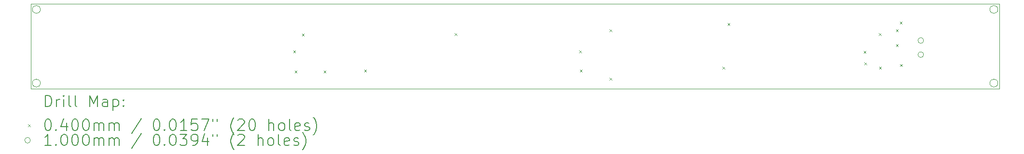
<source format=gbr>
%TF.GenerationSoftware,KiCad,Pcbnew,7.0.8*%
%TF.CreationDate,2023-11-23T23:41:55+08:00*%
%TF.ProjectId,Brake_Light,4272616b-655f-44c6-9967-68742e6b6963,v1.0*%
%TF.SameCoordinates,Original*%
%TF.FileFunction,Drillmap*%
%TF.FilePolarity,Positive*%
%FSLAX45Y45*%
G04 Gerber Fmt 4.5, Leading zero omitted, Abs format (unit mm)*
G04 Created by KiCad (PCBNEW 7.0.8) date 2023-11-23 23:41:55*
%MOMM*%
%LPD*%
G01*
G04 APERTURE LIST*
%ADD10C,0.100000*%
%ADD11C,0.200000*%
%ADD12C,0.040000*%
G04 APERTURE END LIST*
D10*
X5000000Y-9000000D02*
X22000000Y-9000000D01*
X22000000Y-10500000D01*
X5000000Y-10500000D01*
X5000000Y-9000000D01*
X5170000Y-10400000D02*
G75*
G03*
X5170000Y-10400000I-70000J0D01*
G01*
X21970000Y-10400000D02*
G75*
G03*
X21970000Y-10400000I-70000J0D01*
G01*
X21970000Y-9100000D02*
G75*
G03*
X21970000Y-9100000I-70000J0D01*
G01*
X5170000Y-9100000D02*
G75*
G03*
X5170000Y-9100000I-70000J0D01*
G01*
D11*
D12*
X9606600Y-9822500D02*
X9646600Y-9862500D01*
X9646600Y-9822500D02*
X9606600Y-9862500D01*
X9632000Y-10178100D02*
X9672000Y-10218100D01*
X9672000Y-10178100D02*
X9632000Y-10218100D01*
X9759000Y-9530400D02*
X9799000Y-9570400D01*
X9799000Y-9530400D02*
X9759000Y-9570400D01*
X10140000Y-10178100D02*
X10180000Y-10218100D01*
X10180000Y-10178100D02*
X10140000Y-10218100D01*
X10851200Y-10165400D02*
X10891200Y-10205400D01*
X10891200Y-10165400D02*
X10851200Y-10205400D01*
X12438700Y-9517700D02*
X12478700Y-9557700D01*
X12478700Y-9517700D02*
X12438700Y-9557700D01*
X14623100Y-9822500D02*
X14663100Y-9862500D01*
X14663100Y-9822500D02*
X14623100Y-9862500D01*
X14635800Y-10165400D02*
X14675800Y-10205400D01*
X14675800Y-10165400D02*
X14635800Y-10205400D01*
X15156500Y-9454200D02*
X15196500Y-9494200D01*
X15196500Y-9454200D02*
X15156500Y-9494200D01*
X15156500Y-10305100D02*
X15196500Y-10345100D01*
X15196500Y-10305100D02*
X15156500Y-10345100D01*
X17137700Y-10114600D02*
X17177700Y-10154600D01*
X17177700Y-10114600D02*
X17137700Y-10154600D01*
X17226600Y-9339900D02*
X17266600Y-9379900D01*
X17266600Y-9339900D02*
X17226600Y-9379900D01*
X19614200Y-9835200D02*
X19654200Y-9875200D01*
X19654200Y-9835200D02*
X19614200Y-9875200D01*
X19626900Y-10038400D02*
X19666900Y-10078400D01*
X19666900Y-10038400D02*
X19626900Y-10078400D01*
X19881000Y-9518000D02*
X19921000Y-9558000D01*
X19921000Y-9518000D02*
X19881000Y-9558000D01*
X19885000Y-10110000D02*
X19925000Y-10150000D01*
X19925000Y-10110000D02*
X19885000Y-10150000D01*
X20181350Y-9452000D02*
X20221350Y-9492000D01*
X20221350Y-9452000D02*
X20181350Y-9492000D01*
X20181350Y-9713050D02*
X20221350Y-9753050D01*
X20221350Y-9713050D02*
X20181350Y-9753050D01*
X20249000Y-9316000D02*
X20289000Y-9356000D01*
X20289000Y-9316000D02*
X20249000Y-9356000D01*
X20254000Y-10066000D02*
X20294000Y-10106000D01*
X20294000Y-10066000D02*
X20254000Y-10106000D01*
D10*
X20667400Y-9647700D02*
G75*
G03*
X20667400Y-9647700I-50000J0D01*
G01*
X20667400Y-9897700D02*
G75*
G03*
X20667400Y-9897700I-50000J0D01*
G01*
D11*
X5255777Y-10816484D02*
X5255777Y-10616484D01*
X5255777Y-10616484D02*
X5303396Y-10616484D01*
X5303396Y-10616484D02*
X5331967Y-10626008D01*
X5331967Y-10626008D02*
X5351015Y-10645055D01*
X5351015Y-10645055D02*
X5360539Y-10664103D01*
X5360539Y-10664103D02*
X5370063Y-10702198D01*
X5370063Y-10702198D02*
X5370063Y-10730770D01*
X5370063Y-10730770D02*
X5360539Y-10768865D01*
X5360539Y-10768865D02*
X5351015Y-10787912D01*
X5351015Y-10787912D02*
X5331967Y-10806960D01*
X5331967Y-10806960D02*
X5303396Y-10816484D01*
X5303396Y-10816484D02*
X5255777Y-10816484D01*
X5455777Y-10816484D02*
X5455777Y-10683150D01*
X5455777Y-10721246D02*
X5465301Y-10702198D01*
X5465301Y-10702198D02*
X5474824Y-10692674D01*
X5474824Y-10692674D02*
X5493872Y-10683150D01*
X5493872Y-10683150D02*
X5512920Y-10683150D01*
X5579586Y-10816484D02*
X5579586Y-10683150D01*
X5579586Y-10616484D02*
X5570063Y-10626008D01*
X5570063Y-10626008D02*
X5579586Y-10635531D01*
X5579586Y-10635531D02*
X5589110Y-10626008D01*
X5589110Y-10626008D02*
X5579586Y-10616484D01*
X5579586Y-10616484D02*
X5579586Y-10635531D01*
X5703396Y-10816484D02*
X5684348Y-10806960D01*
X5684348Y-10806960D02*
X5674824Y-10787912D01*
X5674824Y-10787912D02*
X5674824Y-10616484D01*
X5808158Y-10816484D02*
X5789110Y-10806960D01*
X5789110Y-10806960D02*
X5779586Y-10787912D01*
X5779586Y-10787912D02*
X5779586Y-10616484D01*
X6036729Y-10816484D02*
X6036729Y-10616484D01*
X6036729Y-10616484D02*
X6103396Y-10759341D01*
X6103396Y-10759341D02*
X6170062Y-10616484D01*
X6170062Y-10616484D02*
X6170062Y-10816484D01*
X6351015Y-10816484D02*
X6351015Y-10711722D01*
X6351015Y-10711722D02*
X6341491Y-10692674D01*
X6341491Y-10692674D02*
X6322443Y-10683150D01*
X6322443Y-10683150D02*
X6284348Y-10683150D01*
X6284348Y-10683150D02*
X6265301Y-10692674D01*
X6351015Y-10806960D02*
X6331967Y-10816484D01*
X6331967Y-10816484D02*
X6284348Y-10816484D01*
X6284348Y-10816484D02*
X6265301Y-10806960D01*
X6265301Y-10806960D02*
X6255777Y-10787912D01*
X6255777Y-10787912D02*
X6255777Y-10768865D01*
X6255777Y-10768865D02*
X6265301Y-10749817D01*
X6265301Y-10749817D02*
X6284348Y-10740293D01*
X6284348Y-10740293D02*
X6331967Y-10740293D01*
X6331967Y-10740293D02*
X6351015Y-10730770D01*
X6446253Y-10683150D02*
X6446253Y-10883150D01*
X6446253Y-10692674D02*
X6465301Y-10683150D01*
X6465301Y-10683150D02*
X6503396Y-10683150D01*
X6503396Y-10683150D02*
X6522443Y-10692674D01*
X6522443Y-10692674D02*
X6531967Y-10702198D01*
X6531967Y-10702198D02*
X6541491Y-10721246D01*
X6541491Y-10721246D02*
X6541491Y-10778389D01*
X6541491Y-10778389D02*
X6531967Y-10797436D01*
X6531967Y-10797436D02*
X6522443Y-10806960D01*
X6522443Y-10806960D02*
X6503396Y-10816484D01*
X6503396Y-10816484D02*
X6465301Y-10816484D01*
X6465301Y-10816484D02*
X6446253Y-10806960D01*
X6627205Y-10797436D02*
X6636729Y-10806960D01*
X6636729Y-10806960D02*
X6627205Y-10816484D01*
X6627205Y-10816484D02*
X6617682Y-10806960D01*
X6617682Y-10806960D02*
X6627205Y-10797436D01*
X6627205Y-10797436D02*
X6627205Y-10816484D01*
X6627205Y-10692674D02*
X6636729Y-10702198D01*
X6636729Y-10702198D02*
X6627205Y-10711722D01*
X6627205Y-10711722D02*
X6617682Y-10702198D01*
X6617682Y-10702198D02*
X6627205Y-10692674D01*
X6627205Y-10692674D02*
X6627205Y-10711722D01*
D12*
X4955000Y-11125000D02*
X4995000Y-11165000D01*
X4995000Y-11125000D02*
X4955000Y-11165000D01*
D11*
X5293872Y-11036484D02*
X5312920Y-11036484D01*
X5312920Y-11036484D02*
X5331967Y-11046008D01*
X5331967Y-11046008D02*
X5341491Y-11055531D01*
X5341491Y-11055531D02*
X5351015Y-11074579D01*
X5351015Y-11074579D02*
X5360539Y-11112674D01*
X5360539Y-11112674D02*
X5360539Y-11160293D01*
X5360539Y-11160293D02*
X5351015Y-11198388D01*
X5351015Y-11198388D02*
X5341491Y-11217436D01*
X5341491Y-11217436D02*
X5331967Y-11226960D01*
X5331967Y-11226960D02*
X5312920Y-11236484D01*
X5312920Y-11236484D02*
X5293872Y-11236484D01*
X5293872Y-11236484D02*
X5274824Y-11226960D01*
X5274824Y-11226960D02*
X5265301Y-11217436D01*
X5265301Y-11217436D02*
X5255777Y-11198388D01*
X5255777Y-11198388D02*
X5246253Y-11160293D01*
X5246253Y-11160293D02*
X5246253Y-11112674D01*
X5246253Y-11112674D02*
X5255777Y-11074579D01*
X5255777Y-11074579D02*
X5265301Y-11055531D01*
X5265301Y-11055531D02*
X5274824Y-11046008D01*
X5274824Y-11046008D02*
X5293872Y-11036484D01*
X5446253Y-11217436D02*
X5455777Y-11226960D01*
X5455777Y-11226960D02*
X5446253Y-11236484D01*
X5446253Y-11236484D02*
X5436729Y-11226960D01*
X5436729Y-11226960D02*
X5446253Y-11217436D01*
X5446253Y-11217436D02*
X5446253Y-11236484D01*
X5627205Y-11103150D02*
X5627205Y-11236484D01*
X5579586Y-11026960D02*
X5531967Y-11169817D01*
X5531967Y-11169817D02*
X5655777Y-11169817D01*
X5770062Y-11036484D02*
X5789110Y-11036484D01*
X5789110Y-11036484D02*
X5808158Y-11046008D01*
X5808158Y-11046008D02*
X5817682Y-11055531D01*
X5817682Y-11055531D02*
X5827205Y-11074579D01*
X5827205Y-11074579D02*
X5836729Y-11112674D01*
X5836729Y-11112674D02*
X5836729Y-11160293D01*
X5836729Y-11160293D02*
X5827205Y-11198388D01*
X5827205Y-11198388D02*
X5817682Y-11217436D01*
X5817682Y-11217436D02*
X5808158Y-11226960D01*
X5808158Y-11226960D02*
X5789110Y-11236484D01*
X5789110Y-11236484D02*
X5770062Y-11236484D01*
X5770062Y-11236484D02*
X5751015Y-11226960D01*
X5751015Y-11226960D02*
X5741491Y-11217436D01*
X5741491Y-11217436D02*
X5731967Y-11198388D01*
X5731967Y-11198388D02*
X5722443Y-11160293D01*
X5722443Y-11160293D02*
X5722443Y-11112674D01*
X5722443Y-11112674D02*
X5731967Y-11074579D01*
X5731967Y-11074579D02*
X5741491Y-11055531D01*
X5741491Y-11055531D02*
X5751015Y-11046008D01*
X5751015Y-11046008D02*
X5770062Y-11036484D01*
X5960539Y-11036484D02*
X5979586Y-11036484D01*
X5979586Y-11036484D02*
X5998634Y-11046008D01*
X5998634Y-11046008D02*
X6008158Y-11055531D01*
X6008158Y-11055531D02*
X6017682Y-11074579D01*
X6017682Y-11074579D02*
X6027205Y-11112674D01*
X6027205Y-11112674D02*
X6027205Y-11160293D01*
X6027205Y-11160293D02*
X6017682Y-11198388D01*
X6017682Y-11198388D02*
X6008158Y-11217436D01*
X6008158Y-11217436D02*
X5998634Y-11226960D01*
X5998634Y-11226960D02*
X5979586Y-11236484D01*
X5979586Y-11236484D02*
X5960539Y-11236484D01*
X5960539Y-11236484D02*
X5941491Y-11226960D01*
X5941491Y-11226960D02*
X5931967Y-11217436D01*
X5931967Y-11217436D02*
X5922443Y-11198388D01*
X5922443Y-11198388D02*
X5912920Y-11160293D01*
X5912920Y-11160293D02*
X5912920Y-11112674D01*
X5912920Y-11112674D02*
X5922443Y-11074579D01*
X5922443Y-11074579D02*
X5931967Y-11055531D01*
X5931967Y-11055531D02*
X5941491Y-11046008D01*
X5941491Y-11046008D02*
X5960539Y-11036484D01*
X6112920Y-11236484D02*
X6112920Y-11103150D01*
X6112920Y-11122198D02*
X6122443Y-11112674D01*
X6122443Y-11112674D02*
X6141491Y-11103150D01*
X6141491Y-11103150D02*
X6170063Y-11103150D01*
X6170063Y-11103150D02*
X6189110Y-11112674D01*
X6189110Y-11112674D02*
X6198634Y-11131722D01*
X6198634Y-11131722D02*
X6198634Y-11236484D01*
X6198634Y-11131722D02*
X6208158Y-11112674D01*
X6208158Y-11112674D02*
X6227205Y-11103150D01*
X6227205Y-11103150D02*
X6255777Y-11103150D01*
X6255777Y-11103150D02*
X6274824Y-11112674D01*
X6274824Y-11112674D02*
X6284348Y-11131722D01*
X6284348Y-11131722D02*
X6284348Y-11236484D01*
X6379586Y-11236484D02*
X6379586Y-11103150D01*
X6379586Y-11122198D02*
X6389110Y-11112674D01*
X6389110Y-11112674D02*
X6408158Y-11103150D01*
X6408158Y-11103150D02*
X6436729Y-11103150D01*
X6436729Y-11103150D02*
X6455777Y-11112674D01*
X6455777Y-11112674D02*
X6465301Y-11131722D01*
X6465301Y-11131722D02*
X6465301Y-11236484D01*
X6465301Y-11131722D02*
X6474824Y-11112674D01*
X6474824Y-11112674D02*
X6493872Y-11103150D01*
X6493872Y-11103150D02*
X6522443Y-11103150D01*
X6522443Y-11103150D02*
X6541491Y-11112674D01*
X6541491Y-11112674D02*
X6551015Y-11131722D01*
X6551015Y-11131722D02*
X6551015Y-11236484D01*
X6941491Y-11026960D02*
X6770063Y-11284103D01*
X7198634Y-11036484D02*
X7217682Y-11036484D01*
X7217682Y-11036484D02*
X7236729Y-11046008D01*
X7236729Y-11046008D02*
X7246253Y-11055531D01*
X7246253Y-11055531D02*
X7255777Y-11074579D01*
X7255777Y-11074579D02*
X7265301Y-11112674D01*
X7265301Y-11112674D02*
X7265301Y-11160293D01*
X7265301Y-11160293D02*
X7255777Y-11198388D01*
X7255777Y-11198388D02*
X7246253Y-11217436D01*
X7246253Y-11217436D02*
X7236729Y-11226960D01*
X7236729Y-11226960D02*
X7217682Y-11236484D01*
X7217682Y-11236484D02*
X7198634Y-11236484D01*
X7198634Y-11236484D02*
X7179586Y-11226960D01*
X7179586Y-11226960D02*
X7170063Y-11217436D01*
X7170063Y-11217436D02*
X7160539Y-11198388D01*
X7160539Y-11198388D02*
X7151015Y-11160293D01*
X7151015Y-11160293D02*
X7151015Y-11112674D01*
X7151015Y-11112674D02*
X7160539Y-11074579D01*
X7160539Y-11074579D02*
X7170063Y-11055531D01*
X7170063Y-11055531D02*
X7179586Y-11046008D01*
X7179586Y-11046008D02*
X7198634Y-11036484D01*
X7351015Y-11217436D02*
X7360539Y-11226960D01*
X7360539Y-11226960D02*
X7351015Y-11236484D01*
X7351015Y-11236484D02*
X7341491Y-11226960D01*
X7341491Y-11226960D02*
X7351015Y-11217436D01*
X7351015Y-11217436D02*
X7351015Y-11236484D01*
X7484348Y-11036484D02*
X7503396Y-11036484D01*
X7503396Y-11036484D02*
X7522444Y-11046008D01*
X7522444Y-11046008D02*
X7531967Y-11055531D01*
X7531967Y-11055531D02*
X7541491Y-11074579D01*
X7541491Y-11074579D02*
X7551015Y-11112674D01*
X7551015Y-11112674D02*
X7551015Y-11160293D01*
X7551015Y-11160293D02*
X7541491Y-11198388D01*
X7541491Y-11198388D02*
X7531967Y-11217436D01*
X7531967Y-11217436D02*
X7522444Y-11226960D01*
X7522444Y-11226960D02*
X7503396Y-11236484D01*
X7503396Y-11236484D02*
X7484348Y-11236484D01*
X7484348Y-11236484D02*
X7465301Y-11226960D01*
X7465301Y-11226960D02*
X7455777Y-11217436D01*
X7455777Y-11217436D02*
X7446253Y-11198388D01*
X7446253Y-11198388D02*
X7436729Y-11160293D01*
X7436729Y-11160293D02*
X7436729Y-11112674D01*
X7436729Y-11112674D02*
X7446253Y-11074579D01*
X7446253Y-11074579D02*
X7455777Y-11055531D01*
X7455777Y-11055531D02*
X7465301Y-11046008D01*
X7465301Y-11046008D02*
X7484348Y-11036484D01*
X7741491Y-11236484D02*
X7627206Y-11236484D01*
X7684348Y-11236484D02*
X7684348Y-11036484D01*
X7684348Y-11036484D02*
X7665301Y-11065055D01*
X7665301Y-11065055D02*
X7646253Y-11084103D01*
X7646253Y-11084103D02*
X7627206Y-11093627D01*
X7922444Y-11036484D02*
X7827206Y-11036484D01*
X7827206Y-11036484D02*
X7817682Y-11131722D01*
X7817682Y-11131722D02*
X7827206Y-11122198D01*
X7827206Y-11122198D02*
X7846253Y-11112674D01*
X7846253Y-11112674D02*
X7893872Y-11112674D01*
X7893872Y-11112674D02*
X7912920Y-11122198D01*
X7912920Y-11122198D02*
X7922444Y-11131722D01*
X7922444Y-11131722D02*
X7931967Y-11150770D01*
X7931967Y-11150770D02*
X7931967Y-11198388D01*
X7931967Y-11198388D02*
X7922444Y-11217436D01*
X7922444Y-11217436D02*
X7912920Y-11226960D01*
X7912920Y-11226960D02*
X7893872Y-11236484D01*
X7893872Y-11236484D02*
X7846253Y-11236484D01*
X7846253Y-11236484D02*
X7827206Y-11226960D01*
X7827206Y-11226960D02*
X7817682Y-11217436D01*
X7998634Y-11036484D02*
X8131967Y-11036484D01*
X8131967Y-11036484D02*
X8046253Y-11236484D01*
X8198634Y-11036484D02*
X8198634Y-11074579D01*
X8274825Y-11036484D02*
X8274825Y-11074579D01*
X8570063Y-11312674D02*
X8560539Y-11303150D01*
X8560539Y-11303150D02*
X8541491Y-11274579D01*
X8541491Y-11274579D02*
X8531968Y-11255531D01*
X8531968Y-11255531D02*
X8522444Y-11226960D01*
X8522444Y-11226960D02*
X8512920Y-11179341D01*
X8512920Y-11179341D02*
X8512920Y-11141246D01*
X8512920Y-11141246D02*
X8522444Y-11093627D01*
X8522444Y-11093627D02*
X8531968Y-11065055D01*
X8531968Y-11065055D02*
X8541491Y-11046008D01*
X8541491Y-11046008D02*
X8560539Y-11017436D01*
X8560539Y-11017436D02*
X8570063Y-11007912D01*
X8636730Y-11055531D02*
X8646253Y-11046008D01*
X8646253Y-11046008D02*
X8665301Y-11036484D01*
X8665301Y-11036484D02*
X8712920Y-11036484D01*
X8712920Y-11036484D02*
X8731968Y-11046008D01*
X8731968Y-11046008D02*
X8741491Y-11055531D01*
X8741491Y-11055531D02*
X8751015Y-11074579D01*
X8751015Y-11074579D02*
X8751015Y-11093627D01*
X8751015Y-11093627D02*
X8741491Y-11122198D01*
X8741491Y-11122198D02*
X8627206Y-11236484D01*
X8627206Y-11236484D02*
X8751015Y-11236484D01*
X8874825Y-11036484D02*
X8893872Y-11036484D01*
X8893872Y-11036484D02*
X8912920Y-11046008D01*
X8912920Y-11046008D02*
X8922444Y-11055531D01*
X8922444Y-11055531D02*
X8931968Y-11074579D01*
X8931968Y-11074579D02*
X8941491Y-11112674D01*
X8941491Y-11112674D02*
X8941491Y-11160293D01*
X8941491Y-11160293D02*
X8931968Y-11198388D01*
X8931968Y-11198388D02*
X8922444Y-11217436D01*
X8922444Y-11217436D02*
X8912920Y-11226960D01*
X8912920Y-11226960D02*
X8893872Y-11236484D01*
X8893872Y-11236484D02*
X8874825Y-11236484D01*
X8874825Y-11236484D02*
X8855777Y-11226960D01*
X8855777Y-11226960D02*
X8846253Y-11217436D01*
X8846253Y-11217436D02*
X8836730Y-11198388D01*
X8836730Y-11198388D02*
X8827206Y-11160293D01*
X8827206Y-11160293D02*
X8827206Y-11112674D01*
X8827206Y-11112674D02*
X8836730Y-11074579D01*
X8836730Y-11074579D02*
X8846253Y-11055531D01*
X8846253Y-11055531D02*
X8855777Y-11046008D01*
X8855777Y-11046008D02*
X8874825Y-11036484D01*
X9179587Y-11236484D02*
X9179587Y-11036484D01*
X9265301Y-11236484D02*
X9265301Y-11131722D01*
X9265301Y-11131722D02*
X9255777Y-11112674D01*
X9255777Y-11112674D02*
X9236730Y-11103150D01*
X9236730Y-11103150D02*
X9208158Y-11103150D01*
X9208158Y-11103150D02*
X9189111Y-11112674D01*
X9189111Y-11112674D02*
X9179587Y-11122198D01*
X9389111Y-11236484D02*
X9370063Y-11226960D01*
X9370063Y-11226960D02*
X9360539Y-11217436D01*
X9360539Y-11217436D02*
X9351015Y-11198388D01*
X9351015Y-11198388D02*
X9351015Y-11141246D01*
X9351015Y-11141246D02*
X9360539Y-11122198D01*
X9360539Y-11122198D02*
X9370063Y-11112674D01*
X9370063Y-11112674D02*
X9389111Y-11103150D01*
X9389111Y-11103150D02*
X9417682Y-11103150D01*
X9417682Y-11103150D02*
X9436730Y-11112674D01*
X9436730Y-11112674D02*
X9446253Y-11122198D01*
X9446253Y-11122198D02*
X9455777Y-11141246D01*
X9455777Y-11141246D02*
X9455777Y-11198388D01*
X9455777Y-11198388D02*
X9446253Y-11217436D01*
X9446253Y-11217436D02*
X9436730Y-11226960D01*
X9436730Y-11226960D02*
X9417682Y-11236484D01*
X9417682Y-11236484D02*
X9389111Y-11236484D01*
X9570063Y-11236484D02*
X9551015Y-11226960D01*
X9551015Y-11226960D02*
X9541492Y-11207912D01*
X9541492Y-11207912D02*
X9541492Y-11036484D01*
X9722444Y-11226960D02*
X9703396Y-11236484D01*
X9703396Y-11236484D02*
X9665301Y-11236484D01*
X9665301Y-11236484D02*
X9646253Y-11226960D01*
X9646253Y-11226960D02*
X9636730Y-11207912D01*
X9636730Y-11207912D02*
X9636730Y-11131722D01*
X9636730Y-11131722D02*
X9646253Y-11112674D01*
X9646253Y-11112674D02*
X9665301Y-11103150D01*
X9665301Y-11103150D02*
X9703396Y-11103150D01*
X9703396Y-11103150D02*
X9722444Y-11112674D01*
X9722444Y-11112674D02*
X9731968Y-11131722D01*
X9731968Y-11131722D02*
X9731968Y-11150770D01*
X9731968Y-11150770D02*
X9636730Y-11169817D01*
X9808158Y-11226960D02*
X9827206Y-11236484D01*
X9827206Y-11236484D02*
X9865301Y-11236484D01*
X9865301Y-11236484D02*
X9884349Y-11226960D01*
X9884349Y-11226960D02*
X9893873Y-11207912D01*
X9893873Y-11207912D02*
X9893873Y-11198388D01*
X9893873Y-11198388D02*
X9884349Y-11179341D01*
X9884349Y-11179341D02*
X9865301Y-11169817D01*
X9865301Y-11169817D02*
X9836730Y-11169817D01*
X9836730Y-11169817D02*
X9817682Y-11160293D01*
X9817682Y-11160293D02*
X9808158Y-11141246D01*
X9808158Y-11141246D02*
X9808158Y-11131722D01*
X9808158Y-11131722D02*
X9817682Y-11112674D01*
X9817682Y-11112674D02*
X9836730Y-11103150D01*
X9836730Y-11103150D02*
X9865301Y-11103150D01*
X9865301Y-11103150D02*
X9884349Y-11112674D01*
X9960539Y-11312674D02*
X9970063Y-11303150D01*
X9970063Y-11303150D02*
X9989111Y-11274579D01*
X9989111Y-11274579D02*
X9998634Y-11255531D01*
X9998634Y-11255531D02*
X10008158Y-11226960D01*
X10008158Y-11226960D02*
X10017682Y-11179341D01*
X10017682Y-11179341D02*
X10017682Y-11141246D01*
X10017682Y-11141246D02*
X10008158Y-11093627D01*
X10008158Y-11093627D02*
X9998634Y-11065055D01*
X9998634Y-11065055D02*
X9989111Y-11046008D01*
X9989111Y-11046008D02*
X9970063Y-11017436D01*
X9970063Y-11017436D02*
X9960539Y-11007912D01*
D10*
X4995000Y-11409000D02*
G75*
G03*
X4995000Y-11409000I-50000J0D01*
G01*
D11*
X5360539Y-11500484D02*
X5246253Y-11500484D01*
X5303396Y-11500484D02*
X5303396Y-11300484D01*
X5303396Y-11300484D02*
X5284348Y-11329055D01*
X5284348Y-11329055D02*
X5265301Y-11348103D01*
X5265301Y-11348103D02*
X5246253Y-11357627D01*
X5446253Y-11481436D02*
X5455777Y-11490960D01*
X5455777Y-11490960D02*
X5446253Y-11500484D01*
X5446253Y-11500484D02*
X5436729Y-11490960D01*
X5436729Y-11490960D02*
X5446253Y-11481436D01*
X5446253Y-11481436D02*
X5446253Y-11500484D01*
X5579586Y-11300484D02*
X5598634Y-11300484D01*
X5598634Y-11300484D02*
X5617682Y-11310008D01*
X5617682Y-11310008D02*
X5627205Y-11319531D01*
X5627205Y-11319531D02*
X5636729Y-11338579D01*
X5636729Y-11338579D02*
X5646253Y-11376674D01*
X5646253Y-11376674D02*
X5646253Y-11424293D01*
X5646253Y-11424293D02*
X5636729Y-11462388D01*
X5636729Y-11462388D02*
X5627205Y-11481436D01*
X5627205Y-11481436D02*
X5617682Y-11490960D01*
X5617682Y-11490960D02*
X5598634Y-11500484D01*
X5598634Y-11500484D02*
X5579586Y-11500484D01*
X5579586Y-11500484D02*
X5560539Y-11490960D01*
X5560539Y-11490960D02*
X5551015Y-11481436D01*
X5551015Y-11481436D02*
X5541491Y-11462388D01*
X5541491Y-11462388D02*
X5531967Y-11424293D01*
X5531967Y-11424293D02*
X5531967Y-11376674D01*
X5531967Y-11376674D02*
X5541491Y-11338579D01*
X5541491Y-11338579D02*
X5551015Y-11319531D01*
X5551015Y-11319531D02*
X5560539Y-11310008D01*
X5560539Y-11310008D02*
X5579586Y-11300484D01*
X5770062Y-11300484D02*
X5789110Y-11300484D01*
X5789110Y-11300484D02*
X5808158Y-11310008D01*
X5808158Y-11310008D02*
X5817682Y-11319531D01*
X5817682Y-11319531D02*
X5827205Y-11338579D01*
X5827205Y-11338579D02*
X5836729Y-11376674D01*
X5836729Y-11376674D02*
X5836729Y-11424293D01*
X5836729Y-11424293D02*
X5827205Y-11462388D01*
X5827205Y-11462388D02*
X5817682Y-11481436D01*
X5817682Y-11481436D02*
X5808158Y-11490960D01*
X5808158Y-11490960D02*
X5789110Y-11500484D01*
X5789110Y-11500484D02*
X5770062Y-11500484D01*
X5770062Y-11500484D02*
X5751015Y-11490960D01*
X5751015Y-11490960D02*
X5741491Y-11481436D01*
X5741491Y-11481436D02*
X5731967Y-11462388D01*
X5731967Y-11462388D02*
X5722443Y-11424293D01*
X5722443Y-11424293D02*
X5722443Y-11376674D01*
X5722443Y-11376674D02*
X5731967Y-11338579D01*
X5731967Y-11338579D02*
X5741491Y-11319531D01*
X5741491Y-11319531D02*
X5751015Y-11310008D01*
X5751015Y-11310008D02*
X5770062Y-11300484D01*
X5960539Y-11300484D02*
X5979586Y-11300484D01*
X5979586Y-11300484D02*
X5998634Y-11310008D01*
X5998634Y-11310008D02*
X6008158Y-11319531D01*
X6008158Y-11319531D02*
X6017682Y-11338579D01*
X6017682Y-11338579D02*
X6027205Y-11376674D01*
X6027205Y-11376674D02*
X6027205Y-11424293D01*
X6027205Y-11424293D02*
X6017682Y-11462388D01*
X6017682Y-11462388D02*
X6008158Y-11481436D01*
X6008158Y-11481436D02*
X5998634Y-11490960D01*
X5998634Y-11490960D02*
X5979586Y-11500484D01*
X5979586Y-11500484D02*
X5960539Y-11500484D01*
X5960539Y-11500484D02*
X5941491Y-11490960D01*
X5941491Y-11490960D02*
X5931967Y-11481436D01*
X5931967Y-11481436D02*
X5922443Y-11462388D01*
X5922443Y-11462388D02*
X5912920Y-11424293D01*
X5912920Y-11424293D02*
X5912920Y-11376674D01*
X5912920Y-11376674D02*
X5922443Y-11338579D01*
X5922443Y-11338579D02*
X5931967Y-11319531D01*
X5931967Y-11319531D02*
X5941491Y-11310008D01*
X5941491Y-11310008D02*
X5960539Y-11300484D01*
X6112920Y-11500484D02*
X6112920Y-11367150D01*
X6112920Y-11386198D02*
X6122443Y-11376674D01*
X6122443Y-11376674D02*
X6141491Y-11367150D01*
X6141491Y-11367150D02*
X6170063Y-11367150D01*
X6170063Y-11367150D02*
X6189110Y-11376674D01*
X6189110Y-11376674D02*
X6198634Y-11395722D01*
X6198634Y-11395722D02*
X6198634Y-11500484D01*
X6198634Y-11395722D02*
X6208158Y-11376674D01*
X6208158Y-11376674D02*
X6227205Y-11367150D01*
X6227205Y-11367150D02*
X6255777Y-11367150D01*
X6255777Y-11367150D02*
X6274824Y-11376674D01*
X6274824Y-11376674D02*
X6284348Y-11395722D01*
X6284348Y-11395722D02*
X6284348Y-11500484D01*
X6379586Y-11500484D02*
X6379586Y-11367150D01*
X6379586Y-11386198D02*
X6389110Y-11376674D01*
X6389110Y-11376674D02*
X6408158Y-11367150D01*
X6408158Y-11367150D02*
X6436729Y-11367150D01*
X6436729Y-11367150D02*
X6455777Y-11376674D01*
X6455777Y-11376674D02*
X6465301Y-11395722D01*
X6465301Y-11395722D02*
X6465301Y-11500484D01*
X6465301Y-11395722D02*
X6474824Y-11376674D01*
X6474824Y-11376674D02*
X6493872Y-11367150D01*
X6493872Y-11367150D02*
X6522443Y-11367150D01*
X6522443Y-11367150D02*
X6541491Y-11376674D01*
X6541491Y-11376674D02*
X6551015Y-11395722D01*
X6551015Y-11395722D02*
X6551015Y-11500484D01*
X6941491Y-11290960D02*
X6770063Y-11548103D01*
X7198634Y-11300484D02*
X7217682Y-11300484D01*
X7217682Y-11300484D02*
X7236729Y-11310008D01*
X7236729Y-11310008D02*
X7246253Y-11319531D01*
X7246253Y-11319531D02*
X7255777Y-11338579D01*
X7255777Y-11338579D02*
X7265301Y-11376674D01*
X7265301Y-11376674D02*
X7265301Y-11424293D01*
X7265301Y-11424293D02*
X7255777Y-11462388D01*
X7255777Y-11462388D02*
X7246253Y-11481436D01*
X7246253Y-11481436D02*
X7236729Y-11490960D01*
X7236729Y-11490960D02*
X7217682Y-11500484D01*
X7217682Y-11500484D02*
X7198634Y-11500484D01*
X7198634Y-11500484D02*
X7179586Y-11490960D01*
X7179586Y-11490960D02*
X7170063Y-11481436D01*
X7170063Y-11481436D02*
X7160539Y-11462388D01*
X7160539Y-11462388D02*
X7151015Y-11424293D01*
X7151015Y-11424293D02*
X7151015Y-11376674D01*
X7151015Y-11376674D02*
X7160539Y-11338579D01*
X7160539Y-11338579D02*
X7170063Y-11319531D01*
X7170063Y-11319531D02*
X7179586Y-11310008D01*
X7179586Y-11310008D02*
X7198634Y-11300484D01*
X7351015Y-11481436D02*
X7360539Y-11490960D01*
X7360539Y-11490960D02*
X7351015Y-11500484D01*
X7351015Y-11500484D02*
X7341491Y-11490960D01*
X7341491Y-11490960D02*
X7351015Y-11481436D01*
X7351015Y-11481436D02*
X7351015Y-11500484D01*
X7484348Y-11300484D02*
X7503396Y-11300484D01*
X7503396Y-11300484D02*
X7522444Y-11310008D01*
X7522444Y-11310008D02*
X7531967Y-11319531D01*
X7531967Y-11319531D02*
X7541491Y-11338579D01*
X7541491Y-11338579D02*
X7551015Y-11376674D01*
X7551015Y-11376674D02*
X7551015Y-11424293D01*
X7551015Y-11424293D02*
X7541491Y-11462388D01*
X7541491Y-11462388D02*
X7531967Y-11481436D01*
X7531967Y-11481436D02*
X7522444Y-11490960D01*
X7522444Y-11490960D02*
X7503396Y-11500484D01*
X7503396Y-11500484D02*
X7484348Y-11500484D01*
X7484348Y-11500484D02*
X7465301Y-11490960D01*
X7465301Y-11490960D02*
X7455777Y-11481436D01*
X7455777Y-11481436D02*
X7446253Y-11462388D01*
X7446253Y-11462388D02*
X7436729Y-11424293D01*
X7436729Y-11424293D02*
X7436729Y-11376674D01*
X7436729Y-11376674D02*
X7446253Y-11338579D01*
X7446253Y-11338579D02*
X7455777Y-11319531D01*
X7455777Y-11319531D02*
X7465301Y-11310008D01*
X7465301Y-11310008D02*
X7484348Y-11300484D01*
X7617682Y-11300484D02*
X7741491Y-11300484D01*
X7741491Y-11300484D02*
X7674825Y-11376674D01*
X7674825Y-11376674D02*
X7703396Y-11376674D01*
X7703396Y-11376674D02*
X7722444Y-11386198D01*
X7722444Y-11386198D02*
X7731967Y-11395722D01*
X7731967Y-11395722D02*
X7741491Y-11414769D01*
X7741491Y-11414769D02*
X7741491Y-11462388D01*
X7741491Y-11462388D02*
X7731967Y-11481436D01*
X7731967Y-11481436D02*
X7722444Y-11490960D01*
X7722444Y-11490960D02*
X7703396Y-11500484D01*
X7703396Y-11500484D02*
X7646253Y-11500484D01*
X7646253Y-11500484D02*
X7627206Y-11490960D01*
X7627206Y-11490960D02*
X7617682Y-11481436D01*
X7836729Y-11500484D02*
X7874825Y-11500484D01*
X7874825Y-11500484D02*
X7893872Y-11490960D01*
X7893872Y-11490960D02*
X7903396Y-11481436D01*
X7903396Y-11481436D02*
X7922444Y-11452865D01*
X7922444Y-11452865D02*
X7931967Y-11414769D01*
X7931967Y-11414769D02*
X7931967Y-11338579D01*
X7931967Y-11338579D02*
X7922444Y-11319531D01*
X7922444Y-11319531D02*
X7912920Y-11310008D01*
X7912920Y-11310008D02*
X7893872Y-11300484D01*
X7893872Y-11300484D02*
X7855777Y-11300484D01*
X7855777Y-11300484D02*
X7836729Y-11310008D01*
X7836729Y-11310008D02*
X7827206Y-11319531D01*
X7827206Y-11319531D02*
X7817682Y-11338579D01*
X7817682Y-11338579D02*
X7817682Y-11386198D01*
X7817682Y-11386198D02*
X7827206Y-11405246D01*
X7827206Y-11405246D02*
X7836729Y-11414769D01*
X7836729Y-11414769D02*
X7855777Y-11424293D01*
X7855777Y-11424293D02*
X7893872Y-11424293D01*
X7893872Y-11424293D02*
X7912920Y-11414769D01*
X7912920Y-11414769D02*
X7922444Y-11405246D01*
X7922444Y-11405246D02*
X7931967Y-11386198D01*
X8103396Y-11367150D02*
X8103396Y-11500484D01*
X8055777Y-11290960D02*
X8008158Y-11433817D01*
X8008158Y-11433817D02*
X8131967Y-11433817D01*
X8198634Y-11300484D02*
X8198634Y-11338579D01*
X8274825Y-11300484D02*
X8274825Y-11338579D01*
X8570063Y-11576674D02*
X8560539Y-11567150D01*
X8560539Y-11567150D02*
X8541491Y-11538579D01*
X8541491Y-11538579D02*
X8531968Y-11519531D01*
X8531968Y-11519531D02*
X8522444Y-11490960D01*
X8522444Y-11490960D02*
X8512920Y-11443341D01*
X8512920Y-11443341D02*
X8512920Y-11405246D01*
X8512920Y-11405246D02*
X8522444Y-11357627D01*
X8522444Y-11357627D02*
X8531968Y-11329055D01*
X8531968Y-11329055D02*
X8541491Y-11310008D01*
X8541491Y-11310008D02*
X8560539Y-11281436D01*
X8560539Y-11281436D02*
X8570063Y-11271912D01*
X8636730Y-11319531D02*
X8646253Y-11310008D01*
X8646253Y-11310008D02*
X8665301Y-11300484D01*
X8665301Y-11300484D02*
X8712920Y-11300484D01*
X8712920Y-11300484D02*
X8731968Y-11310008D01*
X8731968Y-11310008D02*
X8741491Y-11319531D01*
X8741491Y-11319531D02*
X8751015Y-11338579D01*
X8751015Y-11338579D02*
X8751015Y-11357627D01*
X8751015Y-11357627D02*
X8741491Y-11386198D01*
X8741491Y-11386198D02*
X8627206Y-11500484D01*
X8627206Y-11500484D02*
X8751015Y-11500484D01*
X8989111Y-11500484D02*
X8989111Y-11300484D01*
X9074825Y-11500484D02*
X9074825Y-11395722D01*
X9074825Y-11395722D02*
X9065301Y-11376674D01*
X9065301Y-11376674D02*
X9046253Y-11367150D01*
X9046253Y-11367150D02*
X9017682Y-11367150D01*
X9017682Y-11367150D02*
X8998634Y-11376674D01*
X8998634Y-11376674D02*
X8989111Y-11386198D01*
X9198634Y-11500484D02*
X9179587Y-11490960D01*
X9179587Y-11490960D02*
X9170063Y-11481436D01*
X9170063Y-11481436D02*
X9160539Y-11462388D01*
X9160539Y-11462388D02*
X9160539Y-11405246D01*
X9160539Y-11405246D02*
X9170063Y-11386198D01*
X9170063Y-11386198D02*
X9179587Y-11376674D01*
X9179587Y-11376674D02*
X9198634Y-11367150D01*
X9198634Y-11367150D02*
X9227206Y-11367150D01*
X9227206Y-11367150D02*
X9246253Y-11376674D01*
X9246253Y-11376674D02*
X9255777Y-11386198D01*
X9255777Y-11386198D02*
X9265301Y-11405246D01*
X9265301Y-11405246D02*
X9265301Y-11462388D01*
X9265301Y-11462388D02*
X9255777Y-11481436D01*
X9255777Y-11481436D02*
X9246253Y-11490960D01*
X9246253Y-11490960D02*
X9227206Y-11500484D01*
X9227206Y-11500484D02*
X9198634Y-11500484D01*
X9379587Y-11500484D02*
X9360539Y-11490960D01*
X9360539Y-11490960D02*
X9351015Y-11471912D01*
X9351015Y-11471912D02*
X9351015Y-11300484D01*
X9531968Y-11490960D02*
X9512920Y-11500484D01*
X9512920Y-11500484D02*
X9474825Y-11500484D01*
X9474825Y-11500484D02*
X9455777Y-11490960D01*
X9455777Y-11490960D02*
X9446253Y-11471912D01*
X9446253Y-11471912D02*
X9446253Y-11395722D01*
X9446253Y-11395722D02*
X9455777Y-11376674D01*
X9455777Y-11376674D02*
X9474825Y-11367150D01*
X9474825Y-11367150D02*
X9512920Y-11367150D01*
X9512920Y-11367150D02*
X9531968Y-11376674D01*
X9531968Y-11376674D02*
X9541492Y-11395722D01*
X9541492Y-11395722D02*
X9541492Y-11414769D01*
X9541492Y-11414769D02*
X9446253Y-11433817D01*
X9617682Y-11490960D02*
X9636730Y-11500484D01*
X9636730Y-11500484D02*
X9674825Y-11500484D01*
X9674825Y-11500484D02*
X9693873Y-11490960D01*
X9693873Y-11490960D02*
X9703396Y-11471912D01*
X9703396Y-11471912D02*
X9703396Y-11462388D01*
X9703396Y-11462388D02*
X9693873Y-11443341D01*
X9693873Y-11443341D02*
X9674825Y-11433817D01*
X9674825Y-11433817D02*
X9646253Y-11433817D01*
X9646253Y-11433817D02*
X9627206Y-11424293D01*
X9627206Y-11424293D02*
X9617682Y-11405246D01*
X9617682Y-11405246D02*
X9617682Y-11395722D01*
X9617682Y-11395722D02*
X9627206Y-11376674D01*
X9627206Y-11376674D02*
X9646253Y-11367150D01*
X9646253Y-11367150D02*
X9674825Y-11367150D01*
X9674825Y-11367150D02*
X9693873Y-11376674D01*
X9770063Y-11576674D02*
X9779587Y-11567150D01*
X9779587Y-11567150D02*
X9798634Y-11538579D01*
X9798634Y-11538579D02*
X9808158Y-11519531D01*
X9808158Y-11519531D02*
X9817682Y-11490960D01*
X9817682Y-11490960D02*
X9827206Y-11443341D01*
X9827206Y-11443341D02*
X9827206Y-11405246D01*
X9827206Y-11405246D02*
X9817682Y-11357627D01*
X9817682Y-11357627D02*
X9808158Y-11329055D01*
X9808158Y-11329055D02*
X9798634Y-11310008D01*
X9798634Y-11310008D02*
X9779587Y-11281436D01*
X9779587Y-11281436D02*
X9770063Y-11271912D01*
M02*

</source>
